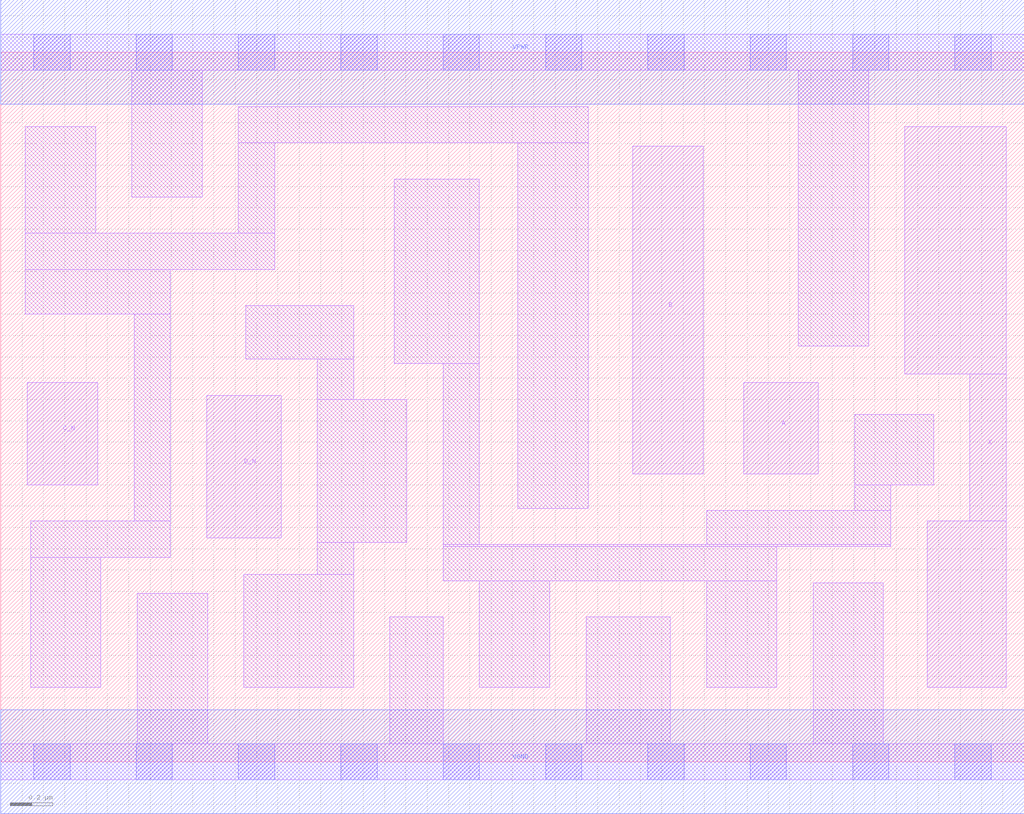
<source format=lef>
# Copyright 2020 The SkyWater PDK Authors
#
# Licensed under the Apache License, Version 2.0 (the "License");
# you may not use this file except in compliance with the License.
# You may obtain a copy of the License at
#
#     https://www.apache.org/licenses/LICENSE-2.0
#
# Unless required by applicable law or agreed to in writing, software
# distributed under the License is distributed on an "AS IS" BASIS,
# WITHOUT WARRANTIES OR CONDITIONS OF ANY KIND, either express or implied.
# See the License for the specific language governing permissions and
# limitations under the License.
#
# SPDX-License-Identifier: Apache-2.0

VERSION 5.7 ;
  NAMESCASESENSITIVE ON ;
  NOWIREEXTENSIONATPIN ON ;
  DIVIDERCHAR "/" ;
  BUSBITCHARS "[]" ;
UNITS
  DATABASE MICRONS 200 ;
END UNITS
MACRO sky130_fd_sc_hs__or4bb_1
  CLASS CORE ;
  SOURCE USER ;
  FOREIGN sky130_fd_sc_hs__or4bb_1 ;
  ORIGIN  0.000000  0.000000 ;
  SIZE  4.800000 BY  3.330000 ;
  SYMMETRY X Y ;
  SITE unit ;
  PIN A
    ANTENNAGATEAREA  0.232500 ;
    DIRECTION INPUT ;
    USE SIGNAL ;
    PORT
      LAYER li1 ;
        RECT 3.485000 1.350000 3.835000 1.780000 ;
    END
  END A
  PIN B
    ANTENNAGATEAREA  0.232500 ;
    DIRECTION INPUT ;
    USE SIGNAL ;
    PORT
      LAYER li1 ;
        RECT 2.965000 1.350000 3.295000 2.890000 ;
    END
  END B
  PIN C_N
    ANTENNAGATEAREA  0.208500 ;
    DIRECTION INPUT ;
    USE SIGNAL ;
    PORT
      LAYER li1 ;
        RECT 0.125000 1.300000 0.455000 1.780000 ;
    END
  END C_N
  PIN D_N
    ANTENNAGATEAREA  0.208500 ;
    DIRECTION INPUT ;
    USE SIGNAL ;
    PORT
      LAYER li1 ;
        RECT 0.965000 1.050000 1.315000 1.720000 ;
    END
  END D_N
  PIN X
    ANTENNADIFFAREA  0.541300 ;
    DIRECTION OUTPUT ;
    USE SIGNAL ;
    PORT
      LAYER li1 ;
        RECT 4.240000 1.820000 4.715000 2.980000 ;
        RECT 4.345000 0.350000 4.715000 1.130000 ;
        RECT 4.545000 1.130000 4.715000 1.820000 ;
    END
  END X
  PIN VGND
    DIRECTION INOUT ;
    USE GROUND ;
    PORT
      LAYER met1 ;
        RECT 0.000000 -0.245000 4.800000 0.245000 ;
    END
  END VGND
  PIN VPWR
    DIRECTION INOUT ;
    USE POWER ;
    PORT
      LAYER met1 ;
        RECT 0.000000 3.085000 4.800000 3.575000 ;
    END
  END VPWR
  OBS
    LAYER li1 ;
      RECT 0.000000 -0.085000 4.800000 0.085000 ;
      RECT 0.000000  3.245000 4.800000 3.415000 ;
      RECT 0.115000  2.100000 0.795000 2.310000 ;
      RECT 0.115000  2.310000 1.285000 2.480000 ;
      RECT 0.115000  2.480000 0.445000 2.980000 ;
      RECT 0.140000  0.350000 0.470000 0.960000 ;
      RECT 0.140000  0.960000 0.795000 1.130000 ;
      RECT 0.615000  2.650000 0.945000 3.245000 ;
      RECT 0.625000  1.130000 0.795000 2.100000 ;
      RECT 0.640000  0.085000 0.970000 0.790000 ;
      RECT 1.115000  2.480000 1.285000 2.905000 ;
      RECT 1.115000  2.905000 2.755000 3.075000 ;
      RECT 1.140000  0.350000 1.655000 0.880000 ;
      RECT 1.150000  1.890000 1.655000 2.140000 ;
      RECT 1.485000  0.880000 1.655000 1.030000 ;
      RECT 1.485000  1.030000 1.905000 1.700000 ;
      RECT 1.485000  1.700000 1.655000 1.890000 ;
      RECT 1.825000  0.085000 2.075000 0.680000 ;
      RECT 1.845000  1.870000 2.245000 2.735000 ;
      RECT 2.075000  0.850000 3.640000 1.010000 ;
      RECT 2.075000  1.010000 4.175000 1.020000 ;
      RECT 2.075000  1.020000 2.245000 1.870000 ;
      RECT 2.245000  0.350000 2.575000 0.850000 ;
      RECT 2.425000  1.190000 2.755000 2.905000 ;
      RECT 2.745000  0.085000 3.140000 0.680000 ;
      RECT 3.310000  0.350000 3.640000 0.850000 ;
      RECT 3.310000  1.020000 4.175000 1.180000 ;
      RECT 3.740000  1.950000 4.070000 3.245000 ;
      RECT 3.810000  0.085000 4.140000 0.840000 ;
      RECT 4.005000  1.180000 4.175000 1.300000 ;
      RECT 4.005000  1.300000 4.375000 1.630000 ;
    LAYER mcon ;
      RECT 0.155000 -0.085000 0.325000 0.085000 ;
      RECT 0.155000  3.245000 0.325000 3.415000 ;
      RECT 0.635000 -0.085000 0.805000 0.085000 ;
      RECT 0.635000  3.245000 0.805000 3.415000 ;
      RECT 1.115000 -0.085000 1.285000 0.085000 ;
      RECT 1.115000  3.245000 1.285000 3.415000 ;
      RECT 1.595000 -0.085000 1.765000 0.085000 ;
      RECT 1.595000  3.245000 1.765000 3.415000 ;
      RECT 2.075000 -0.085000 2.245000 0.085000 ;
      RECT 2.075000  3.245000 2.245000 3.415000 ;
      RECT 2.555000 -0.085000 2.725000 0.085000 ;
      RECT 2.555000  3.245000 2.725000 3.415000 ;
      RECT 3.035000 -0.085000 3.205000 0.085000 ;
      RECT 3.035000  3.245000 3.205000 3.415000 ;
      RECT 3.515000 -0.085000 3.685000 0.085000 ;
      RECT 3.515000  3.245000 3.685000 3.415000 ;
      RECT 3.995000 -0.085000 4.165000 0.085000 ;
      RECT 3.995000  3.245000 4.165000 3.415000 ;
      RECT 4.475000 -0.085000 4.645000 0.085000 ;
      RECT 4.475000  3.245000 4.645000 3.415000 ;
  END
END sky130_fd_sc_hs__or4bb_1
END LIBRARY

</source>
